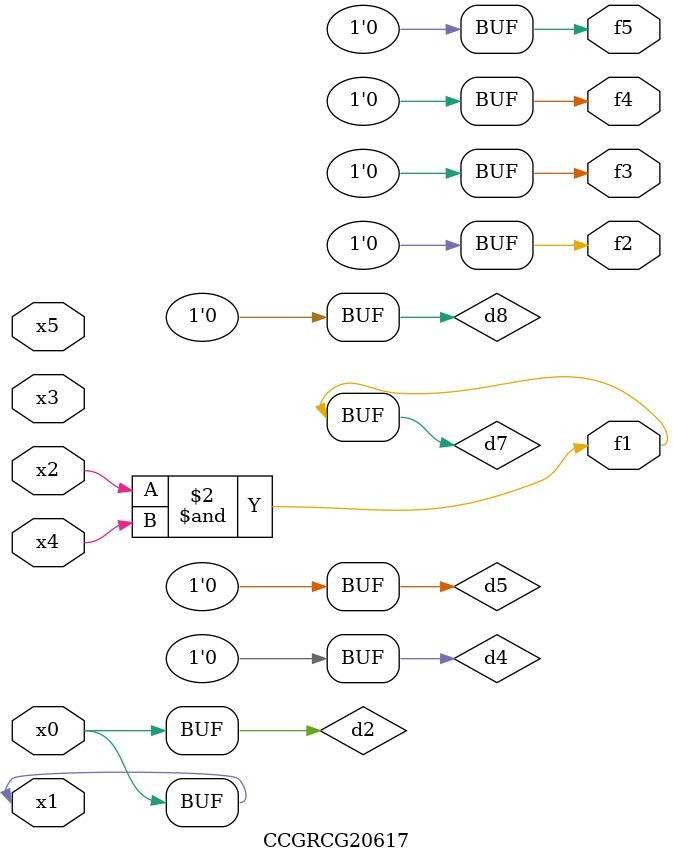
<source format=v>
module CCGRCG20617(
	input x0, x1, x2, x3, x4, x5,
	output f1, f2, f3, f4, f5
);

	wire d1, d2, d3, d4, d5, d6, d7, d8, d9;

	nand (d1, x1);
	buf (d2, x0, x1);
	nand (d3, x2, x4);
	and (d4, d1, d2);
	and (d5, d1, d2);
	nand (d6, d1, d3);
	not (d7, d3);
	xor (d8, d5);
	nor (d9, d5, d6);
	assign f1 = d7;
	assign f2 = d8;
	assign f3 = d8;
	assign f4 = d8;
	assign f5 = d8;
endmodule

</source>
